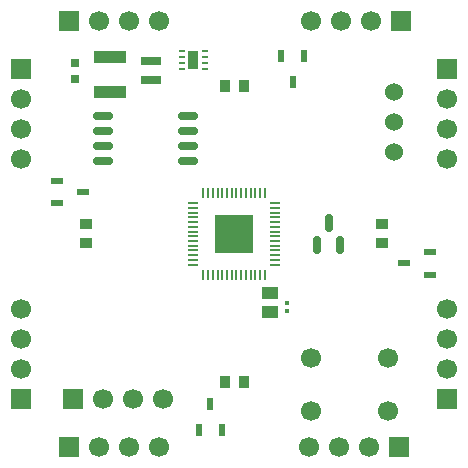
<source format=gbr>
%TF.GenerationSoftware,KiCad,Pcbnew,9.0.6*%
%TF.CreationDate,2025-12-07T19:21:49-08:00*%
%TF.ProjectId,redstone_lamp,72656473-746f-46e6-955f-6c616d702e6b,rev?*%
%TF.SameCoordinates,Original*%
%TF.FileFunction,Soldermask,Top*%
%TF.FilePolarity,Negative*%
%FSLAX46Y46*%
G04 Gerber Fmt 4.6, Leading zero omitted, Abs format (unit mm)*
G04 Created by KiCad (PCBNEW 9.0.6) date 2025-12-07 19:21:49*
%MOMM*%
%LPD*%
G01*
G04 APERTURE LIST*
G04 Aperture macros list*
%AMRoundRect*
0 Rectangle with rounded corners*
0 $1 Rounding radius*
0 $2 $3 $4 $5 $6 $7 $8 $9 X,Y pos of 4 corners*
0 Add a 4 corners polygon primitive as box body*
4,1,4,$2,$3,$4,$5,$6,$7,$8,$9,$2,$3,0*
0 Add four circle primitives for the rounded corners*
1,1,$1+$1,$2,$3*
1,1,$1+$1,$4,$5*
1,1,$1+$1,$6,$7*
1,1,$1+$1,$8,$9*
0 Add four rect primitives between the rounded corners*
20,1,$1+$1,$2,$3,$4,$5,0*
20,1,$1+$1,$4,$5,$6,$7,0*
20,1,$1+$1,$6,$7,$8,$9,0*
20,1,$1+$1,$8,$9,$2,$3,0*%
G04 Aperture macros list end*
%ADD10C,1.524000*%
%ADD11R,1.000000X0.950000*%
%ADD12R,0.950000X1.000000*%
%ADD13C,1.700000*%
%ADD14RoundRect,0.062500X0.187500X0.062500X-0.187500X0.062500X-0.187500X-0.062500X0.187500X-0.062500X0*%
%ADD15R,0.900000X1.600000*%
%ADD16R,1.700000X1.700000*%
%ADD17R,0.420000X0.460000*%
%ADD18R,1.800000X0.800000*%
%ADD19R,1.100000X0.600000*%
%ADD20R,0.700000X0.650000*%
%ADD21R,2.700000X1.100000*%
%ADD22RoundRect,0.162500X-0.650000X-0.162500X0.650000X-0.162500X0.650000X0.162500X-0.650000X0.162500X0*%
%ADD23RoundRect,0.150000X0.150000X-0.587500X0.150000X0.587500X-0.150000X0.587500X-0.150000X-0.587500X0*%
%ADD24RoundRect,0.050000X-0.387500X-0.050000X0.387500X-0.050000X0.387500X0.050000X-0.387500X0.050000X0*%
%ADD25RoundRect,0.050000X-0.050000X-0.387500X0.050000X-0.387500X0.050000X0.387500X-0.050000X0.387500X0*%
%ADD26R,3.200000X3.200000*%
%ADD27R,1.470000X1.020000*%
%ADD28R,0.600000X1.100000*%
G04 APERTURE END LIST*
D10*
%TO.C,U2*%
X148500000Y-43000000D03*
X148500000Y-45540000D03*
X148500000Y-48080000D03*
%TD*%
D11*
%TO.C,D2*%
X147500000Y-55800000D03*
X147500000Y-54200000D03*
%TD*%
%TO.C,D4*%
X122500000Y-54200000D03*
X122500000Y-55800000D03*
%TD*%
D12*
%TO.C,D3*%
X135800000Y-67500000D03*
X134200000Y-67500000D03*
%TD*%
D13*
%TO.C,SW1*%
X148000000Y-70000000D03*
X141500000Y-70000000D03*
X148000000Y-65500000D03*
X141500000Y-65500000D03*
%TD*%
D14*
%TO.C,U3*%
X132500000Y-41000000D03*
X132500000Y-40500000D03*
X132500000Y-40000000D03*
X132500000Y-39500000D03*
X130600000Y-39500000D03*
X130600000Y-40000000D03*
X130600000Y-40500000D03*
X130600000Y-41000000D03*
D15*
X131550000Y-40250000D03*
%TD*%
D16*
%TO.C,J9*%
X121380000Y-69000000D03*
D13*
X123920000Y-69000000D03*
X126460000Y-69000000D03*
X129000000Y-69000000D03*
%TD*%
D17*
%TO.C,C7*%
X139500000Y-60840000D03*
X139500000Y-61500000D03*
%TD*%
D16*
%TO.C,J8*%
X116975000Y-69000000D03*
D13*
X116975000Y-66460000D03*
X116975000Y-63920000D03*
X116975000Y-61380000D03*
%TD*%
D16*
%TO.C,J4*%
X153000000Y-69000000D03*
D13*
X153000000Y-66460000D03*
X153000000Y-63920000D03*
X153000000Y-61380000D03*
%TD*%
D18*
%TO.C,L1*%
X128000000Y-40400000D03*
X128000000Y-42000000D03*
%TD*%
D19*
%TO.C,D18*%
X151600000Y-58450000D03*
X151600000Y-56550000D03*
X149400000Y-57500000D03*
%TD*%
D12*
%TO.C,D1*%
X134200000Y-42500000D03*
X135800000Y-42500000D03*
%TD*%
D16*
%TO.C,J1*%
X121000000Y-37000000D03*
D13*
X123540000Y-37000000D03*
X126080000Y-37000000D03*
X128620000Y-37000000D03*
%TD*%
D20*
%TO.C,C5*%
X121500000Y-40500000D03*
X121500000Y-41850000D03*
%TD*%
D21*
%TO.C,R17*%
X124500000Y-40000000D03*
X124500000Y-43000000D03*
%TD*%
D16*
%TO.C,J2*%
X149120000Y-37000000D03*
D13*
X146580000Y-37000000D03*
X144040000Y-37000000D03*
X141500000Y-37000000D03*
%TD*%
D19*
%TO.C,D21*%
X120000000Y-50500000D03*
X120000000Y-52400000D03*
X122200000Y-51450000D03*
%TD*%
D22*
%TO.C,U5*%
X123912500Y-45000000D03*
X123912500Y-46270000D03*
X123912500Y-47540000D03*
X123912500Y-48810000D03*
X131087500Y-48810000D03*
X131087500Y-47540000D03*
X131087500Y-46270000D03*
X131087500Y-45000000D03*
%TD*%
D16*
%TO.C,J6*%
X149000000Y-73025000D03*
D13*
X146460000Y-73025000D03*
X143920000Y-73025000D03*
X141380000Y-73025000D03*
%TD*%
D23*
%TO.C,Q2*%
X142050000Y-55937500D03*
X143950000Y-55937500D03*
X143000000Y-54062500D03*
%TD*%
D24*
%TO.C,U1*%
X131562500Y-52400000D03*
X131562500Y-52800001D03*
X131562500Y-53200000D03*
X131562500Y-53600000D03*
X131562500Y-54000000D03*
X131562500Y-54399999D03*
X131562500Y-54800000D03*
X131562500Y-55200000D03*
X131562500Y-55600001D03*
X131562500Y-56000000D03*
X131562500Y-56400000D03*
X131562500Y-56800000D03*
X131562500Y-57199999D03*
X131562500Y-57600000D03*
D25*
X132400000Y-58437500D03*
X132800001Y-58437500D03*
X133200000Y-58437500D03*
X133600000Y-58437500D03*
X134000000Y-58437500D03*
X134399999Y-58437500D03*
X134800000Y-58437500D03*
X135200000Y-58437500D03*
X135600001Y-58437500D03*
X136000000Y-58437500D03*
X136400000Y-58437500D03*
X136800000Y-58437500D03*
X137199999Y-58437500D03*
X137600000Y-58437500D03*
D24*
X138437500Y-57600000D03*
X138437500Y-57199999D03*
X138437500Y-56800000D03*
X138437500Y-56400000D03*
X138437500Y-56000000D03*
X138437500Y-55600001D03*
X138437500Y-55200000D03*
X138437500Y-54800000D03*
X138437500Y-54399999D03*
X138437500Y-54000000D03*
X138437500Y-53600000D03*
X138437500Y-53200000D03*
X138437500Y-52800001D03*
X138437500Y-52400000D03*
D25*
X137600000Y-51562500D03*
X137199999Y-51562500D03*
X136800000Y-51562500D03*
X136400000Y-51562500D03*
X136000000Y-51562500D03*
X135600001Y-51562500D03*
X135200000Y-51562500D03*
X134800000Y-51562500D03*
X134399999Y-51562500D03*
X134000000Y-51562500D03*
X133600000Y-51562500D03*
X133200000Y-51562500D03*
X132800001Y-51562500D03*
X132400000Y-51562500D03*
D26*
X135000000Y-55000000D03*
%TD*%
D27*
%TO.C,C6*%
X138000000Y-60000000D03*
X138000000Y-61600000D03*
%TD*%
D16*
%TO.C,J5*%
X121000000Y-73000000D03*
D13*
X123540000Y-73000000D03*
X126080000Y-73000000D03*
X128620000Y-73000000D03*
%TD*%
D28*
%TO.C,D17*%
X140900000Y-39900000D03*
X139000000Y-39900000D03*
X139950000Y-42100000D03*
%TD*%
%TO.C,D20*%
X132050000Y-71600000D03*
X133950000Y-71600000D03*
X133000000Y-69400000D03*
%TD*%
D16*
%TO.C,J7*%
X117000000Y-41000000D03*
D13*
X117000000Y-43540000D03*
X117000000Y-46080000D03*
X117000000Y-48620000D03*
%TD*%
D16*
%TO.C,J3*%
X153025000Y-41000000D03*
D13*
X153025000Y-43540000D03*
X153025000Y-46080000D03*
X153025000Y-48620000D03*
%TD*%
M02*

</source>
